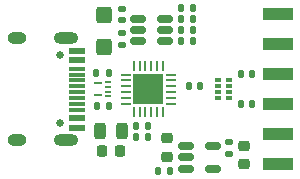
<source format=gts>
%TF.GenerationSoftware,KiCad,Pcbnew,(6.0.2)*%
%TF.CreationDate,2022-04-27T15:01:22+08:00*%
%TF.ProjectId,USBtoTTL,55534274-6f54-4544-9c2e-6b696361645f,rev?*%
%TF.SameCoordinates,Original*%
%TF.FileFunction,Soldermask,Top*%
%TF.FilePolarity,Negative*%
%FSLAX45Y45*%
G04 Gerber Fmt 4.5, Leading zero omitted, Abs format (unit mm)*
G04 Created by KiCad (PCBNEW (6.0.2)) date 2022-04-27 15:01:22*
%MOMM*%
%LPD*%
G01*
G04 APERTURE LIST*
G04 Aperture macros list*
%AMRoundRect*
0 Rectangle with rounded corners*
0 $1 Rounding radius*
0 $2 $3 $4 $5 $6 $7 $8 $9 X,Y pos of 4 corners*
0 Add a 4 corners polygon primitive as box body*
4,1,4,$2,$3,$4,$5,$6,$7,$8,$9,$2,$3,0*
0 Add four circle primitives for the rounded corners*
1,1,$1+$1,$2,$3*
1,1,$1+$1,$4,$5*
1,1,$1+$1,$6,$7*
1,1,$1+$1,$8,$9*
0 Add four rect primitives between the rounded corners*
20,1,$1+$1,$2,$3,$4,$5,0*
20,1,$1+$1,$4,$5,$6,$7,0*
20,1,$1+$1,$6,$7,$8,$9,0*
20,1,$1+$1,$8,$9,$2,$3,0*%
G04 Aperture macros list end*
%ADD10RoundRect,0.135000X-0.135000X-0.185000X0.135000X-0.185000X0.135000X0.185000X-0.135000X0.185000X0*%
%ADD11RoundRect,0.250000X0.425000X-0.450000X0.425000X0.450000X-0.425000X0.450000X-0.425000X-0.450000X0*%
%ADD12RoundRect,0.140000X-0.140000X-0.170000X0.140000X-0.170000X0.140000X0.170000X-0.140000X0.170000X0*%
%ADD13RoundRect,0.062500X-0.350000X-0.062500X0.350000X-0.062500X0.350000X0.062500X-0.350000X0.062500X0*%
%ADD14RoundRect,0.062500X-0.062500X-0.350000X0.062500X-0.350000X0.062500X0.350000X-0.062500X0.350000X0*%
%ADD15R,2.600000X2.600000*%
%ADD16RoundRect,0.243750X0.243750X0.456250X-0.243750X0.456250X-0.243750X-0.456250X0.243750X-0.456250X0*%
%ADD17R,0.500000X0.320000*%
%ADD18R,2.500000X1.000000*%
%ADD19RoundRect,0.140000X0.170000X-0.140000X0.170000X0.140000X-0.170000X0.140000X-0.170000X-0.140000X0*%
%ADD20RoundRect,0.150000X-0.512500X-0.150000X0.512500X-0.150000X0.512500X0.150000X-0.512500X0.150000X0*%
%ADD21RoundRect,0.147500X-0.147500X-0.172500X0.147500X-0.172500X0.147500X0.172500X-0.147500X0.172500X0*%
%ADD22RoundRect,0.147500X0.147500X0.172500X-0.147500X0.172500X-0.147500X-0.172500X0.147500X-0.172500X0*%
%ADD23R,0.500000X0.200000*%
%ADD24R,0.700000X0.200000*%
%ADD25RoundRect,0.225000X-0.250000X0.225000X-0.250000X-0.225000X0.250000X-0.225000X0.250000X0.225000X0*%
%ADD26RoundRect,0.225000X0.250000X-0.225000X0.250000X0.225000X-0.250000X0.225000X-0.250000X-0.225000X0*%
%ADD27RoundRect,0.225000X0.225000X0.250000X-0.225000X0.250000X-0.225000X-0.250000X0.225000X-0.250000X0*%
%ADD28C,0.650000*%
%ADD29R,1.450000X0.600000*%
%ADD30R,1.450000X0.300000*%
%ADD31O,1.600000X1.000000*%
%ADD32O,2.100000X1.000000*%
%ADD33RoundRect,0.135000X0.185000X-0.135000X0.185000X0.135000X-0.185000X0.135000X-0.185000X-0.135000X0*%
G04 APERTURE END LIST*
D10*
%TO.C,R6*%
X6611620Y-6924040D03*
X6713620Y-6924040D03*
%TD*%
D11*
%TO.C,C1*%
X6670040Y-6421500D03*
X6670040Y-6151500D03*
%TD*%
D10*
%TO.C,R1*%
X7132120Y-7472680D03*
X7234120Y-7472680D03*
%TD*%
D12*
%TO.C,C4*%
X6947160Y-7183120D03*
X7043160Y-7183120D03*
%TD*%
D13*
%TO.C,U3*%
X6854750Y-6656800D03*
X6854750Y-6706800D03*
X6854750Y-6756800D03*
X6854750Y-6806800D03*
X6854750Y-6856800D03*
X6854750Y-6906800D03*
D14*
X6923500Y-6975550D03*
X6973500Y-6975550D03*
X7023500Y-6975550D03*
X7073500Y-6975550D03*
X7123500Y-6975550D03*
X7173500Y-6975550D03*
D13*
X7242250Y-6906800D03*
X7242250Y-6856800D03*
X7242250Y-6806800D03*
X7242250Y-6756800D03*
X7242250Y-6706800D03*
X7242250Y-6656800D03*
D14*
X7173500Y-6588050D03*
X7123500Y-6588050D03*
X7073500Y-6588050D03*
X7023500Y-6588050D03*
X6973500Y-6588050D03*
X6923500Y-6588050D03*
D15*
X7048500Y-6781800D03*
%TD*%
D12*
%TO.C,C9*%
X7389120Y-6756400D03*
X7485120Y-6756400D03*
%TD*%
D16*
%TO.C,F1*%
X6827290Y-7137400D03*
X6639790Y-7137400D03*
%TD*%
D17*
%TO.C,RN1*%
X7733500Y-6856800D03*
X7733500Y-6806800D03*
X7733500Y-6756800D03*
X7733500Y-6706800D03*
X7633500Y-6706800D03*
X7633500Y-6756800D03*
X7633500Y-6806800D03*
X7633500Y-6856800D03*
%TD*%
D18*
%TO.C,J1*%
X8147000Y-6144260D03*
X8147000Y-6398260D03*
X8147000Y-6652260D03*
X8147000Y-6906260D03*
X8147000Y-7160260D03*
X8147000Y-7414260D03*
%TD*%
D10*
%TO.C,R3*%
X7322620Y-6278880D03*
X7424620Y-6278880D03*
%TD*%
D19*
%TO.C,C2*%
X6822440Y-6197340D03*
X6822440Y-6101340D03*
%TD*%
D20*
%TO.C,U1*%
X7369090Y-7263380D03*
X7369090Y-7358380D03*
X7369090Y-7453380D03*
X7596590Y-7453380D03*
X7596590Y-7263380D03*
%TD*%
D21*
%TO.C,D4*%
X7325120Y-6090920D03*
X7422120Y-6090920D03*
%TD*%
D22*
%TO.C,D3*%
X7925990Y-6906260D03*
X7828990Y-6906260D03*
%TD*%
D23*
%TO.C,U4*%
X6702340Y-6841800D03*
X6702340Y-6801800D03*
X6702340Y-6761800D03*
X6702340Y-6721800D03*
D24*
X6622340Y-6731800D03*
X6622340Y-6831800D03*
%TD*%
D12*
%TO.C,C8*%
X7327620Y-6184900D03*
X7423620Y-6184900D03*
%TD*%
D10*
%TO.C,R5*%
X6608880Y-6639560D03*
X6710880Y-6639560D03*
%TD*%
%TO.C,R4*%
X6944160Y-7089140D03*
X7046160Y-7089140D03*
%TD*%
D25*
%TO.C,C3*%
X7203440Y-7197060D03*
X7203440Y-7352060D03*
%TD*%
D26*
%TO.C,C5*%
X7853880Y-7413020D03*
X7853880Y-7258020D03*
%TD*%
D27*
%TO.C,C7*%
X6811040Y-7305040D03*
X6656040Y-7305040D03*
%TD*%
D20*
%TO.C,U2*%
X6960150Y-6183880D03*
X6960150Y-6278880D03*
X6960150Y-6373880D03*
X7187650Y-6373880D03*
X7187650Y-6278880D03*
X7187650Y-6183880D03*
%TD*%
D19*
%TO.C,C6*%
X7734500Y-7327640D03*
X7734500Y-7231640D03*
%TD*%
D28*
%TO.C,J2*%
X6297460Y-6492800D03*
X6297460Y-7070800D03*
D29*
X6441960Y-6456800D03*
X6441960Y-6536800D03*
D30*
X6441960Y-6656800D03*
X6441960Y-6756800D03*
X6441960Y-6806800D03*
X6441960Y-6906800D03*
D29*
X6441960Y-7026800D03*
X6441960Y-7106800D03*
X6441960Y-7106800D03*
X6441960Y-7026800D03*
D30*
X6441960Y-6956800D03*
X6441960Y-6856800D03*
X6441960Y-6706800D03*
X6441960Y-6606800D03*
D29*
X6441960Y-6536800D03*
X6441960Y-6456800D03*
D31*
X5932460Y-6349800D03*
X5932460Y-7213800D03*
D32*
X6350460Y-6349800D03*
X6350460Y-7213800D03*
%TD*%
D21*
%TO.C,D1*%
X7325120Y-6375400D03*
X7422120Y-6375400D03*
%TD*%
D22*
%TO.C,D2*%
X7925990Y-6652260D03*
X7828990Y-6652260D03*
%TD*%
D33*
%TO.C,R2*%
X6822440Y-6408620D03*
X6822440Y-6306620D03*
%TD*%
M02*

</source>
